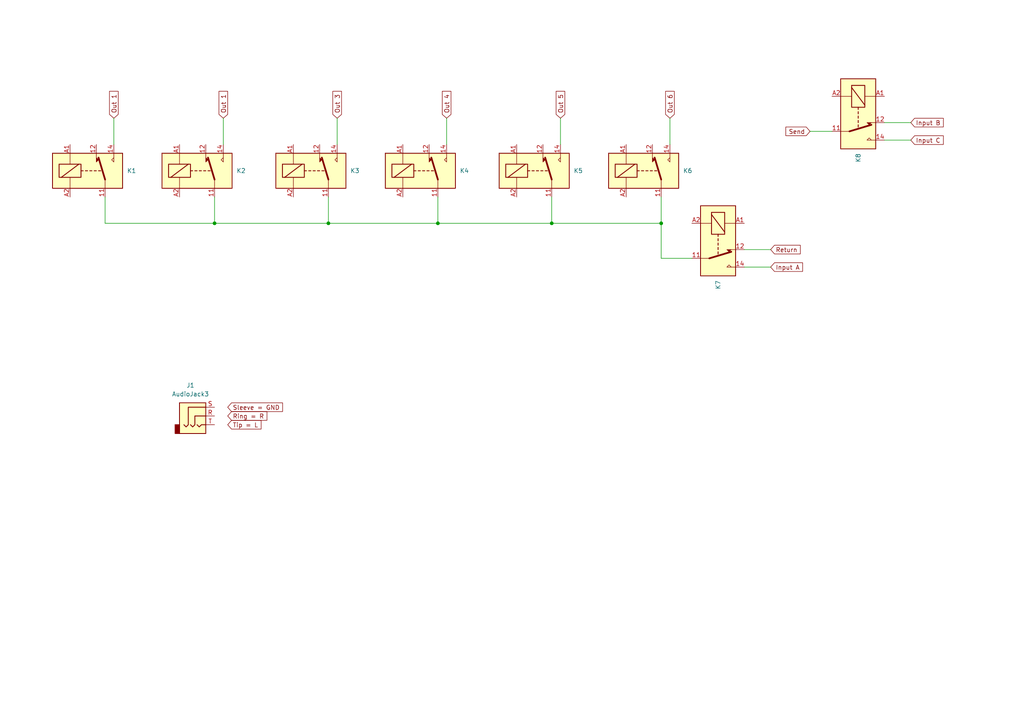
<source format=kicad_sch>
(kicad_sch (version 20250114) (generator "eeschema") (generator_version "9.0")
  (paper "A4")
  (lib_symbols
    (symbol "Connector_Audio:AudioJack3"
      (property "Reference" "J" (at 0 8.89 0))
      (property "Value" "AudioJack3" (at 0 6.35 0))
      (symbol "AudioJack3_0_1"
        (rectangle (start -5.08 -5.08) (end -6.35 -2.54) (stroke (width 0.254)) (fill (type outline)))
        (polyline (pts (xy -1.905 -2.54) (xy -1.27 -3.175) (xy -0.635 -2.54) (xy -0.635 0) (xy 2.54 0)) (stroke (width 0.254)))
        (polyline (pts (xy 0 -2.54) (xy 0.635 -3.175) (xy 1.27 -2.54) (xy 2.54 -2.54)) (stroke (width 0.254)))
        (rectangle (start 2.54 3.81) (end -5.08 -5.08) (stroke (width 0.254)) (fill (type background)))
        (polyline (pts (xy 2.54 2.54) (xy -2.54 2.54) (xy -2.54 -2.54) (xy -3.175 -3.175) (xy -3.81 -2.54)) (stroke (width 0.254)))
      )
      (symbol "AudioJack3_1_1"
        (pin passive line (at 5.08 2.54 180) (length 2.54) (name "~") (number "S"))
        (pin passive line (at 5.08 0 180) (length 2.54) (name "~") (number "R"))
        (pin passive line (at 5.08 -2.54 180) (length 2.54) (name "~") (number "T"))
      )
    )
    (symbol "Relay:Fujitsu_FTR-LYCA005x"
      (property "Reference" "K" (at 11.43 3.81 0))
      (property "Value" "Fujitsu_FTR-LYCA005x" (at 11.43 1.27 0))
      (symbol "Fujitsu_FTR-LYCA005x_0_0"
        (polyline (pts (xy 7.62 5.08) (xy 7.62 2.54) (xy 6.985 3.175) (xy 7.62 3.81)))
      )
      (symbol "Fujitsu_FTR-LYCA005x_0_1"
        (rectangle (start -10.16 5.08) (end 10.16 -5.08) (stroke (width 0.254)) (fill (type background)))
        (rectangle (start -8.255 1.905) (end -1.905 -1.905) (stroke (width 0.254)))
        (polyline (pts (xy -7.62 -1.905) (xy -2.54 1.905)) (stroke (width 0.254)))
        (polyline (pts (xy -5.08 5.08) (xy -5.08 1.905)))
        (polyline (pts (xy -5.08 -5.08) (xy -5.08 -1.905)))
        (polyline (pts (xy -1.905 0) (xy -1.27 0)) (stroke (width 0.254)))
        (polyline (pts (xy -0.635 0) (xy 0 0)) (stroke (width 0.254)))
        (polyline (pts (xy 0.635 0) (xy 1.27 0)) (stroke (width 0.254)))
        (polyline (pts (xy 1.905 0) (xy 2.54 0)) (stroke (width 0.254)))
        (polyline (pts (xy 2.54 5.08) (xy 2.54 2.54) (xy 3.175 3.175) (xy 2.54 3.81)) (fill (type outline)))
        (polyline (pts (xy 3.175 0) (xy 3.81 0)) (stroke (width 0.254)))
        (polyline (pts (xy 5.08 -2.54) (xy 3.175 3.81)) (stroke (width 0.508)))
        (polyline (pts (xy 5.08 -2.54) (xy 5.08 -5.08)))
      )
      (symbol "Fujitsu_FTR-LYCA005x_1_1"
        (pin passive line (at -5.08 7.62 270) (length 2.54) (name "~") (number "A1"))
        (pin passive line (at -5.08 -7.62 90) (length 2.54) (name "~") (number "A2"))
        (pin passive line (at 2.54 7.62 270) (length 2.54) (name "~") (number "12"))
        (pin passive line (at 5.08 -7.62 90) (length 2.54) (name "~") (number "11"))
        (pin passive line (at 7.62 7.62 270) (length 2.54) (name "~") (number "14"))
      )
    )
  )
  (junction (at 95.25 64.77))
  (junction (at 127 64.77))
  (junction (at 191.77 64.77))
  (junction (at 160.02 64.77))
  (junction (at 62.23 64.77))
  (wire (pts (xy 256.54 35.56) (xy 264.16 35.56)))
  (wire (pts (xy 194.31 34.29) (xy 194.31 41.91)))
  (wire (pts (xy 234.95 38.1) (xy 241.3 38.1)))
  (wire (pts (xy 160.02 57.15) (xy 160.02 64.77)))
  (wire (pts (xy 30.48 57.15) (xy 30.48 64.77)))
  (wire (pts (xy 191.77 74.93) (xy 191.77 64.77)))
  (wire (pts (xy 95.25 64.77) (xy 127 64.77)))
  (wire (pts (xy 160.02 64.77) (xy 191.77 64.77)))
  (wire (pts (xy 129.54 34.29) (xy 129.54 41.91)))
  (wire (pts (xy 191.77 64.77) (xy 191.77 57.15)))
  (wire (pts (xy 64.77 34.29) (xy 64.77 41.91)))
  (wire (pts (xy 200.66 74.93) (xy 191.77 74.93)))
  (wire (pts (xy 127 57.15) (xy 127 64.77)))
  (wire (pts (xy 215.9 72.39) (xy 223.52 72.39)))
  (wire (pts (xy 33.02 34.29) (xy 33.02 41.91)))
  (wire (pts (xy 97.79 34.29) (xy 97.79 41.91)))
  (wire (pts (xy 127 64.77) (xy 160.02 64.77)))
  (wire (pts (xy 62.23 57.15) (xy 62.23 64.77)))
  (wire (pts (xy 62.23 64.77) (xy 95.25 64.77)))
  (wire (pts (xy 30.48 64.77) (xy 62.23 64.77)))
  (wire (pts (xy 95.25 57.15) (xy 95.25 64.77)))
  (wire (pts (xy 162.56 34.29) (xy 162.56 41.91)))
  (wire (pts (xy 256.54 40.64) (xy 264.16 40.64)))
  (wire (pts (xy 215.9 77.47) (xy 223.52 77.47)))
  (global_label "Out 3" (shape input) (at 97.79 34.29 90) (property "Intersheetrefs" "${INTERSHEET_REFS}" (effects (hide yes))))
  (global_label "Ring = R" (shape input) (at 66.04 120.65 0) (property "Intersheetrefs" "${INTERSHEET_REFS}" (effects (hide yes))))
  (global_label "Input A" (shape input) (at 223.52 77.47 0) (property "Intersheetrefs" "${INTERSHEET_REFS}" (effects (hide yes))))
  (global_label "Out 6" (shape input) (at 194.31 34.29 90) (property "Intersheetrefs" "${INTERSHEET_REFS}" (effects (hide yes))))
  (global_label "Tip = L" (shape input) (at 66.04 123.19 0) (property "Intersheetrefs" "${INTERSHEET_REFS}" (effects (hide yes))))
  (global_label "Out 4" (shape input) (at 129.54 34.29 90) (property "Intersheetrefs" "${INTERSHEET_REFS}" (effects (hide yes))))
  (global_label "Sleeve = GND" (shape input) (at 66.04 118.11 0) (property "Intersheetrefs" "${INTERSHEET_REFS}" (effects (hide yes))))
  (global_label "Out 1" (shape input) (at 33.02 34.29 90) (property "Intersheetrefs" "${INTERSHEET_REFS}" (effects (hide yes))))
  (global_label "Input C" (shape input) (at 264.16 40.64 0) (property "Intersheetrefs" "${INTERSHEET_REFS}" (effects (hide yes))))
  (global_label "Out 5" (shape input) (at 162.56 34.29 90) (property "Intersheetrefs" "${INTERSHEET_REFS}" (effects (hide yes))))
  (global_label "Input B" (shape input) (at 264.16 35.56 0) (property "Intersheetrefs" "${INTERSHEET_REFS}" (effects (hide yes))))
  (global_label "Send" (shape input) (at 234.95 38.1 180) (property "Intersheetrefs" "${INTERSHEET_REFS}" (effects (hide yes))))
  (global_label "Out 1" (shape input) (at 64.77 34.29 90) (property "Intersheetrefs" "${INTERSHEET_REFS}" (effects (hide yes))))
  (global_label "Return" (shape input) (at 223.52 72.39 0) (property "Intersheetrefs" "${INTERSHEET_REFS}" (effects (hide yes))))
  (symbol (lib_id "Relay:Fujitsu_FTR-LYCA005x") (at 208.28 69.85 270) (unit 1)
    (property "Reference" "K7" (at 208.2801 81.28 0) (effects (justify left)))
    (property "Value" "Fujitsu_FTR-LYCA005x" (effects (hide yes)))
    (property "Footprint" "Relay_THT:Relay_SPDT_Fujitsu_FTR-LYCA005x_FormC_Vertical" (effects (hide yes)))
    (property "Datasheet" "https://www.fujitsu.com/sg/imagesgig5/ftr-ly.pdf" (effects (hide yes)))
    (property "Description" "Relay, SPDT Form C, vertical mount, 5-60V coil, 6A, 250VAC, 28 x 5 x 15mm" (effects (hide yes)))
  )
  (symbol (lib_id "Connector_Audio:AudioJack3") (at 57.15 120.65 0) (unit 1)
    (property "Reference" "J1" (at 55.245 111.76 0))
    (property "Value" "AudioJack3" (at 55.245 114.3 0))
    (property "Description" "Audio Jack, 3 Poles (Stereo / TRS)" (effects (hide yes)))
  )
  (symbol (lib_id "Relay:Fujitsu_FTR-LYCA005x") (at 248.92 33.02 270) (unit 1)
    (property "Reference" "K8" (at 248.9201 44.45 0) (effects (justify left)))
    (property "Value" "Fujitsu_FTR-LYCA005x" (effects (hide yes)))
    (property "Footprint" "Relay_THT:Relay_SPDT_Fujitsu_FTR-LYCA005x_FormC_Vertical" (effects (hide yes)))
    (property "Datasheet" "https://www.fujitsu.com/sg/imagesgig5/ftr-ly.pdf" (effects (hide yes)))
    (property "Description" "Relay, SPDT Form C, vertical mount, 5-60V coil, 6A, 250VAC, 28 x 5 x 15mm" (effects (hide yes)))
  )
  (symbol (lib_id "Relay:Fujitsu_FTR-LYCA005x") (at 57.15 49.53 0) (unit 1)
    (property "Reference" "K2" (at 68.58 49.5299 0) (effects (justify left)))
    (property "Value" "Fujitsu_FTR-LYCA005x" (effects (hide yes)))
    (property "Footprint" "Relay_THT:Relay_SPDT_Fujitsu_FTR-LYCA005x_FormC_Vertical" (effects (hide yes)))
    (property "Datasheet" "https://www.fujitsu.com/sg/imagesgig5/ftr-ly.pdf" (effects (hide yes)))
    (property "Description" "Relay, SPDT Form C, vertical mount, 5-60V coil, 6A, 250VAC, 28 x 5 x 15mm" (effects (hide yes)))
  )
  (symbol (lib_id "Relay:Fujitsu_FTR-LYCA005x") (at 25.4 49.53 0) (unit 1)
    (property "Reference" "K1" (at 36.83 49.5299 0) (effects (justify left)))
    (property "Value" "Fujitsu_FTR-LYCA005x" (effects (hide yes)))
    (property "Footprint" "Relay_THT:Relay_SPDT_Fujitsu_FTR-LYCA005x_FormC_Vertical" (effects (hide yes)))
    (property "Datasheet" "https://www.fujitsu.com/sg/imagesgig5/ftr-ly.pdf" (effects (hide yes)))
    (property "Description" "Relay, SPDT Form C, vertical mount, 5-60V coil, 6A, 250VAC, 28 x 5 x 15mm" (effects (hide yes)))
  )
  (symbol (lib_id "Relay:Fujitsu_FTR-LYCA005x") (at 154.94 49.53 0) (unit 1)
    (property "Reference" "K5" (at 166.37 49.5299 0) (effects (justify left)))
    (property "Value" "Fujitsu_FTR-LYCA005x" (effects (hide yes)))
    (property "Footprint" "Relay_THT:Relay_SPDT_Fujitsu_FTR-LYCA005x_FormC_Vertical" (effects (hide yes)))
    (property "Datasheet" "https://www.fujitsu.com/sg/imagesgig5/ftr-ly.pdf" (effects (hide yes)))
    (property "Description" "Relay, SPDT Form C, vertical mount, 5-60V coil, 6A, 250VAC, 28 x 5 x 15mm" (effects (hide yes)))
  )
  (symbol (lib_id "Relay:Fujitsu_FTR-LYCA005x") (at 90.17 49.53 0) (unit 1)
    (property "Reference" "K3" (at 101.6 49.5299 0) (effects (justify left)))
    (property "Value" "Fujitsu_FTR-LYCA005x" (effects (hide yes)))
    (property "Footprint" "Relay_THT:Relay_SPDT_Fujitsu_FTR-LYCA005x_FormC_Vertical" (effects (hide yes)))
    (property "Datasheet" "https://www.fujitsu.com/sg/imagesgig5/ftr-ly.pdf" (effects (hide yes)))
    (property "Description" "Relay, SPDT Form C, vertical mount, 5-60V coil, 6A, 250VAC, 28 x 5 x 15mm" (effects (hide yes)))
  )
  (symbol (lib_id "Relay:Fujitsu_FTR-LYCA005x") (at 186.69 49.53 0) (unit 1)
    (property "Reference" "K6" (at 198.12 49.5299 0) (effects (justify left)))
    (property "Value" "Fujitsu_FTR-LYCA005x" (effects (hide yes)))
    (property "Footprint" "Relay_THT:Relay_SPDT_Fujitsu_FTR-LYCA005x_FormC_Vertical" (effects (hide yes)))
    (property "Datasheet" "https://www.fujitsu.com/sg/imagesgig5/ftr-ly.pdf" (effects (hide yes)))
    (property "Description" "Relay, SPDT Form C, vertical mount, 5-60V coil, 6A, 250VAC, 28 x 5 x 15mm" (effects (hide yes)))
  )
  (symbol (lib_id "Relay:Fujitsu_FTR-LYCA005x") (at 121.92 49.53 0) (unit 1)
    (property "Reference" "K4" (at 133.35 49.5299 0) (effects (justify left)))
    (property "Value" "Fujitsu_FTR-LYCA005x" (effects (hide yes)))
    (property "Footprint" "Relay_THT:Relay_SPDT_Fujitsu_FTR-LYCA005x_FormC_Vertical" (effects (hide yes)))
    (property "Datasheet" "https://www.fujitsu.com/sg/imagesgig5/ftr-ly.pdf" (effects (hide yes)))
    (property "Description" "Relay, SPDT Form C, vertical mount, 5-60V coil, 6A, 250VAC, 28 x 5 x 15mm" (effects (hide yes)))
  )
)
</source>
